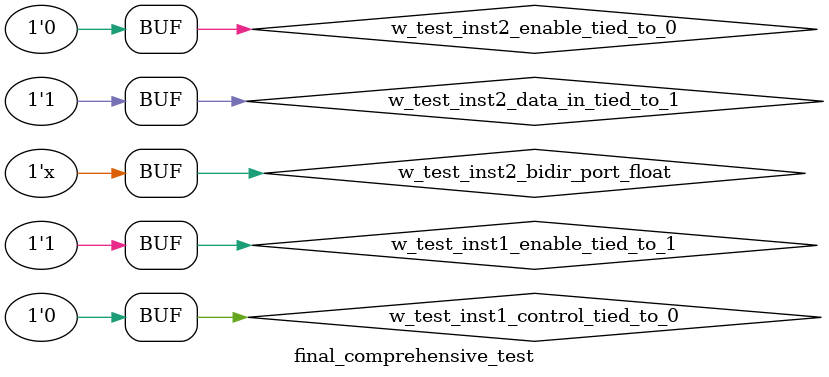
<source format=v>
module final_comprehensive_test (
);

// Internal wires
    wire [7:0] w_test_inst1_bidir_port;
    wire w_test_inst1_clk;
    wire [3:0] w_test_inst1_control;
    wire [7:0] w_test_inst1_data_in;
    wire [15:0] w_test_inst1_data_out;
    wire w_test_inst1_enable;
    wire w_test_inst1_ready;
    wire w_test_inst1_ready_to_test_inst2_control_to_1;
    wire w_test_inst1_reset;
    wire [3:0] w_test_inst1_status;
    wire [3:2] w_test_inst1_status_to_test_inst2_data_in_3_2_to_1_0;
    wire w_test_inst1_unused_inout1;
    wire w_test_inst1_unused_inout1_unconnected;
    wire w_test_inst1_unused_input1;
    wire w_test_inst1_unused_input1_unconnected;
    wire w_test_inst1_unused_input2;
    wire w_test_inst1_unused_input2_unconnected;
    wire w_test_inst1_unused_output1;
    wire w_test_inst1_unused_output1_unconnected;
    wire w_test_inst1_unused_output2;
    wire w_test_inst1_unused_output2_unconnected;
    wire w_test_inst1_valid;
    wire [7:0] w_test_inst2_bidir_port;
    wire w_test_inst2_clk;
    wire [3:0] w_test_inst2_control;
    wire [7:0] w_test_inst2_data_in;
    wire [15:0] w_test_inst2_data_out;
    wire [15:0] w_test_inst2_data_out_unconnected;
    wire w_test_inst2_enable;
    wire w_test_inst2_ready;
    wire w_test_inst2_ready_unconnected;
    wire w_test_inst2_reset;
    wire [3:0] w_test_inst2_status;
    wire [3:0] w_test_inst2_status_unconnected;
    wire w_test_inst2_unused_inout1;
    wire w_test_inst2_unused_inout1_unconnected;
    wire w_test_inst2_unused_input1;
    wire w_test_inst2_unused_input1_unconnected;
    wire w_test_inst2_unused_input2;
    wire w_test_inst2_unused_input2_unconnected;
    wire w_test_inst2_unused_output1;
    wire w_test_inst2_unused_output1_unconnected;
    wire w_test_inst2_unused_output2;
    wire w_test_inst2_unused_output2_unconnected;
    wire w_test_inst2_valid;
    wire w_test_inst2_valid_unconnected;

// Tie connections
    assign w_test_inst1_enable_tied_to_1 = 1'b1;
    assign w_test_inst1_control_tied_to_0 = 4'b0000;
    assign w_test_inst2_enable_tied_to_0 = 1'b0;
    assign w_test_inst2_data_in_tied_to_1 = 8'b11111111;
    assign w_test_inst2_bidir_port_float = 8'bz;

// Partial bit connections
    assign main_data_out_high = w_test_inst1_data_out[15:8];
    assign main_data_out_low = w_test_inst1_data_out[7:0];
    assign main_status_low = w_test_inst1_status[1:0];
    assign main_bidir_lower = w_test_inst1_bidir_port[3:0];
    assign w_test_inst2_control[1] = w_test_inst1_ready;
    assign w_test_inst2_data_in[1:0] = w_test_inst1_status[3:2];

    test_module_with_many_ports test_inst1 (
        .clk(main_clk),
        .reset(main_reset),
        .data_in(main_data_in),
        .enable(w_test_inst1_enable_tied_to_1),
        .control(w_test_inst1_control_tied_to_0),
        .data_out(w_test_inst1_data_out),
        .status(w_test_inst1_status),
        .valid(main_valid),
        .ready(w_test_inst1_ready_to_test_inst2_control_to_1),
        .bidir_port(w_test_inst1_bidir_port),
        .unused_input1(w_test_inst1_unused_input1_unconnected),
        .unused_input2(w_test_inst1_unused_input2_unconnected),
        .unused_output1(w_test_inst1_unused_output1_unconnected),
        .unused_output2(w_test_inst1_unused_output2_unconnected),
        .unused_inout1(w_test_inst1_unused_inout1_unconnected)
    );

    test_module_with_many_ports test_inst2 (
        .clk(main_clk),
        .reset(main_reset),
        .data_in(w_test_inst2_data_in_tied_to_1),
        .enable(w_test_inst2_enable_tied_to_0),
        .control(w_test_inst1_ready_to_test_inst2_control_to_1),
        .data_out(w_test_inst2_data_out_unconnected),
        .status(w_test_inst2_status_unconnected),
        .valid(w_test_inst2_valid_unconnected),
        .ready(w_test_inst2_ready_unconnected),
        .bidir_port(w_test_inst2_bidir_port_float),
        .unused_input1(w_test_inst2_unused_input1_unconnected),
        .unused_input2(w_test_inst2_unused_input2_unconnected),
        .unused_output1(w_test_inst2_unused_output1_unconnected),
        .unused_output2(w_test_inst2_unused_output2_unconnected),
        .unused_inout1(w_test_inst2_unused_inout1_unconnected)
    );

endmodule
</source>
